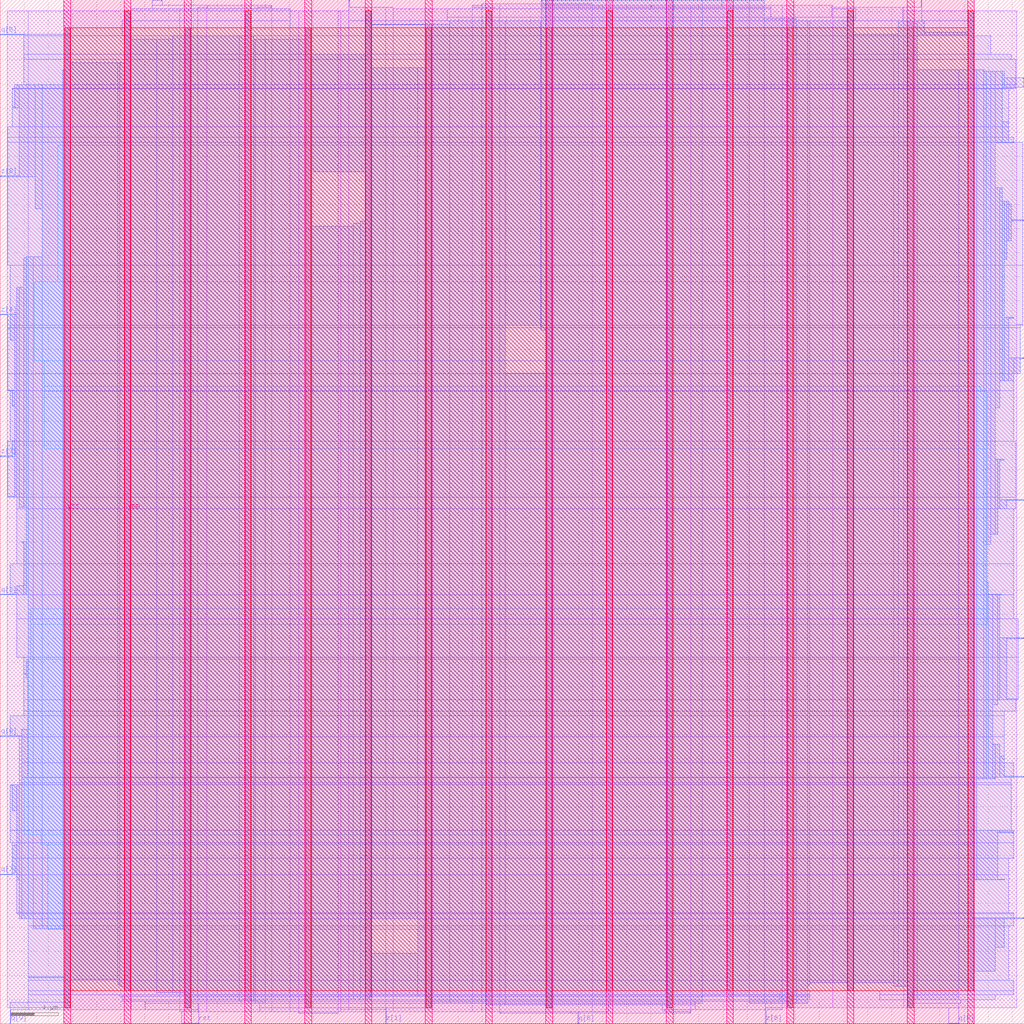
<source format=lef>
VERSION 5.8 ;
BUSBITCHARS "[]" ;
DIVIDERCHAR "/" ;
UNITS
    DATABASE MICRONS 2000 ;
END UNITS

VIA via1_2_1120_340_1_3_300_300
  VIARULE Via1Array-0 ;
  CUTSIZE 0.07 0.07 ;
  LAYERS metal1 via1 metal2 ;
  CUTSPACING 0.08 0.08 ;
  ENCLOSURE 0.035 0.05 0.035 0.035 ;
  ROWCOL 1 3 ;
END via1_2_1120_340_1_3_300_300

VIA via2_3_1120_340_1_3_320_320
  VIARULE Via2Array-0 ;
  CUTSIZE 0.07 0.07 ;
  LAYERS metal2 via2 metal3 ;
  CUTSPACING 0.09 0.09 ;
  ENCLOSURE 0.035 0.035 0.035 0.035 ;
  ROWCOL 1 3 ;
END via2_3_1120_340_1_3_320_320

VIA via3_4_1120_340_1_3_320_320
  VIARULE Via3Array-0 ;
  CUTSIZE 0.07 0.07 ;
  LAYERS metal3 via3 metal4 ;
  CUTSPACING 0.09 0.09 ;
  ENCLOSURE 0.035 0.035 0.035 0.035 ;
  ROWCOL 1 3 ;
END via3_4_1120_340_1_3_320_320

VIA via4_5_1120_340_1_2_600_600
  VIARULE Via4Array-0 ;
  CUTSIZE 0.14 0.14 ;
  LAYERS metal4 via4 metal5 ;
  CUTSPACING 0.16 0.16 ;
  ENCLOSURE 0 0 0 0 ;
  ROWCOL 1 2 ;
END via4_5_1120_340_1_2_600_600

VIA via5_6_1120_340_1_2_600_600
  VIARULE Via5Array-0 ;
  CUTSIZE 0.14 0.14 ;
  LAYERS metal5 via5 metal6 ;
  CUTSPACING 0.16 0.16 ;
  ENCLOSURE 0 0 0.06 0 ;
  ROWCOL 1 2 ;
END via5_6_1120_340_1_2_600_600

MACRO enfasi
  FOREIGN enfasi 0 0 ;
  CLASS BLOCK ;
  SIZE 85 BY 85 ;
  PIN clk
    DIRECTION INPUT ;
    USE SIGNAL ;
    PORT
      LAYER metal3 ;
        RECT  84.93 31.955 85 32.025 ;
    END
  END clk
  PIN q[0]
    DIRECTION OUTPUT ;
    USE SIGNAL ;
    PORT
      LAYER metal3 ;
        RECT  0 23.835 0.07 23.905 ;
    END
  END q[0]
  PIN q[10]
    DIRECTION OUTPUT ;
    USE SIGNAL ;
    PORT
      LAYER metal2 ;
        RECT  60.48 84.93 60.55 85 ;
    END
  END q[10]
  PIN q[11]
    DIRECTION OUTPUT ;
    USE SIGNAL ;
    PORT
      LAYER metal3 ;
        RECT  84.93 8.715 85 8.785 ;
    END
  END q[11]
  PIN q[1]
    DIRECTION OUTPUT ;
    USE SIGNAL ;
    PORT
      LAYER metal3 ;
        RECT  84.93 78.435 85 78.505 ;
    END
  END q[1]
  PIN q[2]
    DIRECTION OUTPUT ;
    USE SIGNAL ;
    PORT
      LAYER metal2 ;
        RECT  13.36 84.93 13.43 85 ;
    END
  END q[2]
  PIN q[3]
    DIRECTION OUTPUT ;
    USE SIGNAL ;
    PORT
      LAYER metal3 ;
        RECT  0 35.595 0.07 35.665 ;
    END
  END q[3]
  PIN q[4]
    DIRECTION OUTPUT ;
    USE SIGNAL ;
    PORT
      LAYER metal2 ;
        RECT  76.44 84.93 76.51 85 ;
    END
  END q[4]
  PIN q[5]
    DIRECTION OUTPUT ;
    USE SIGNAL ;
    PORT
      LAYER metal3 ;
        RECT  0 82.075 0.07 82.145 ;
    END
  END q[5]
  PIN q[6]
    DIRECTION OUTPUT ;
    USE SIGNAL ;
    PORT
      LAYER metal2 ;
        RECT  47.94 0 48.01 0.07 ;
    END
  END q[6]
  PIN q[7]
    DIRECTION OUTPUT ;
    USE SIGNAL ;
    PORT
      LAYER metal3 ;
        RECT  0 12.355 0.07 12.425 ;
    END
  END q[7]
  PIN q[8]
    DIRECTION OUTPUT ;
    USE SIGNAL ;
    PORT
      LAYER metal2 ;
        RECT  79.48 0 79.55 0.07 ;
    END
  END q[8]
  PIN q[9]
    DIRECTION OUTPUT ;
    USE SIGNAL ;
    PORT
      LAYER metal2 ;
        RECT  0.82 0 0.89 0.07 ;
    END
  END q[9]
  PIN rst
    DIRECTION INPUT ;
    USE SIGNAL ;
    PORT
      LAYER metal2 ;
        RECT  16.4 0 16.47 0.07 ;
    END
  END rst
  PIN z[0]
    DIRECTION INPUT ;
    USE SIGNAL ;
    PORT
      LAYER metal2 ;
        RECT  28.94 84.93 29.01 85 ;
    END
  END z[0]
  PIN z[10]
    DIRECTION INPUT ;
    USE SIGNAL ;
    PORT
      LAYER metal3 ;
        RECT  84.93 20.475 85 20.545 ;
    END
  END z[10]
  PIN z[1]
    DIRECTION INPUT ;
    USE SIGNAL ;
    PORT
      LAYER metal2 ;
        RECT  31.98 0 32.05 0.07 ;
    END
  END z[1]
  PIN z[2]
    DIRECTION INPUT ;
    USE SIGNAL ;
    PORT
      LAYER metal3 ;
        RECT  84.93 55.195 85 55.265 ;
    END
  END z[2]
  PIN z[3]
    DIRECTION INPUT ;
    USE SIGNAL ;
    PORT
      LAYER metal3 ;
        RECT  84.93 66.675 85 66.745 ;
    END
  END z[3]
  PIN z[4]
    DIRECTION INPUT ;
    USE SIGNAL ;
    PORT
      LAYER metal3 ;
        RECT  0 58.835 0.07 58.905 ;
    END
  END z[4]
  PIN z[5]
    DIRECTION INPUT ;
    USE SIGNAL ;
    PORT
      LAYER metal2 ;
        RECT  44.9 84.93 44.97 85 ;
    END
  END z[5]
  PIN z[6]
    DIRECTION INPUT ;
    USE SIGNAL ;
    PORT
      LAYER metal2 ;
        RECT  63.52 0 63.59 0.07 ;
    END
  END z[6]
  PIN z[7]
    DIRECTION INPUT ;
    USE SIGNAL ;
    PORT
      LAYER metal3 ;
        RECT  0 47.075 0.07 47.145 ;
    END
  END z[7]
  PIN z[8]
    DIRECTION INPUT ;
    USE SIGNAL ;
    PORT
      LAYER metal3 ;
        RECT  0 70.315 0.07 70.385 ;
    END
  END z[8]
  PIN z[9]
    DIRECTION INPUT ;
    USE SIGNAL ;
    PORT
      LAYER metal3 ;
        RECT  84.93 43.435 85 43.505 ;
    END
  END z[9]
  PIN VSS
    DIRECTION INOUT ;
    USE GROUND ;
    PORT
      LAYER metal6 ;
        RECT  75.29 0 75.85 85 ;
        RECT  65.29 0 65.85 85 ;
        RECT  55.29 0 55.85 85 ;
        RECT  45.29 0 45.85 85 ;
        RECT  35.29 0 35.85 85 ;
        RECT  25.29 0 25.85 85 ;
        RECT  15.29 0 15.85 85 ;
        RECT  5.29 0 5.85 85 ;
    END
  END VSS
  PIN VDD
    DIRECTION INOUT ;
    USE POWER ;
    PORT
      LAYER metal6 ;
        RECT  80.29 0 80.85 85 ;
        RECT  70.29 0 70.85 85 ;
        RECT  60.29 0 60.85 85 ;
        RECT  50.29 0 50.85 85 ;
        RECT  40.29 0 40.85 85 ;
        RECT  30.29 0 30.85 85 ;
        RECT  20.29 0 20.85 85 ;
        RECT  10.29 0 10.85 85 ;
    END
  END VDD
  OBS
    LAYER metal1 ;
     RECT  0.57 1.315 2.34 84.085 ;
     RECT  2.34 1.155 10.89 84.085 ;
     RECT  10.89 1.155 14.88 84.245 ;
     RECT  14.88 1.015 16.4 84.245 ;
     RECT  16.4 1.015 17.16 84.385 ;
     RECT  17.16 1.015 22.55 84.525 ;
     RECT  22.55 1.015 24.07 84.245 ;
     RECT  24.07 1.015 24.76 84.085 ;
     RECT  24.76 0.875 28.06 84.085 ;
     RECT  28.06 1.015 28.25 84.085 ;
     RECT  28.25 1.155 28.94 84.085 ;
     RECT  28.94 1.155 31.98 84.385 ;
     RECT  31.98 1.015 32.62 84.385 ;
     RECT  32.62 1.015 39.2 84.245 ;
     RECT  39.2 1.015 39.96 84.525 ;
     RECT  39.96 1.015 41.48 84.665 ;
     RECT  41.48 0.875 49.15 84.665 ;
     RECT  49.15 0.875 57.32 84.525 ;
     RECT  57.32 1.155 64.92 84.525 ;
     RECT  64.92 1.315 69.1 84.525 ;
     RECT  69.1 1.315 74.99 84.385 ;
     RECT  74.99 1.315 84.36 84.085 ;
     RECT  84.36 57.995 84.87 58.065 ;
    LAYER metal2 ;
     RECT  15.07 0 16.28 0.035 ;
     RECT  78.72 0 79.36 0.035 ;
     RECT  47.94 0.035 48.01 0.875 ;
     RECT  15.07 0.035 16.47 1.015 ;
     RECT  24.76 0.875 28.06 1.015 ;
     RECT  31.98 0.035 32.05 1.015 ;
     RECT  41.48 0.875 41.55 1.015 ;
     RECT  47.37 0.875 48.01 1.015 ;
     RECT  57.25 0.875 57.32 1.015 ;
     RECT  0.82 0.035 0.89 1.155 ;
     RECT  14.88 1.015 16.47 1.155 ;
     RECT  55.16 1.015 57.32 1.155 ;
     RECT  63.52 0.035 63.59 1.155 ;
     RECT  0.82 1.155 2.41 1.33 ;
     RECT  21.53 1.015 32.05 1.33 ;
     RECT  63.52 1.155 64.92 1.33 ;
     RECT  78.72 0.035 79.55 1.33 ;
     RECT  41.48 1.015 50.48 1.575 ;
     RECT  54.97 1.155 57.7 1.575 ;
     RECT  12.03 1.155 16.47 1.715 ;
     RECT  21.53 1.33 35.8 1.715 ;
     RECT  40.34 1.575 57.7 1.715 ;
     RECT  63.52 1.33 65.8 1.715 ;
     RECT  75.34 1.33 79.55 1.715 ;
     RECT  0.82 1.33 5.8 1.785 ;
     RECT  12.03 1.715 57.7 1.855 ;
     RECT  62.19 1.715 65.8 1.855 ;
     RECT  10.13 1.855 65.8 1.995 ;
     RECT  75.34 1.715 79.74 1.995 ;
     RECT  10.13 1.995 67.2 2.275 ;
     RECT  2.34 1.785 5.8 2.415 ;
     RECT  9.94 2.275 67.2 2.415 ;
     RECT  73.02 1.995 82.59 2.415 ;
     RECT  2.34 2.415 67.2 2.73 ;
     RECT  73.02 2.415 84.11 2.73 ;
     RECT  2.34 2.73 84.11 3.605 ;
     RECT  2.34 3.605 83.73 8.155 ;
     RECT  2.34 8.155 84.11 8.715 ;
     RECT  1.58 8.715 84.11 9.135 ;
     RECT  1.39 9.135 84.11 9.205 ;
     RECT  1.39 9.205 83.73 12.355 ;
     RECT  1.01 12.355 83.73 13.755 ;
     RECT  1.01 13.755 84.11 15.015 ;
     RECT  0.82 15.015 84.11 16.065 ;
     RECT  0.82 16.065 83.92 19.845 ;
     RECT  1.58 19.845 83.92 19.985 ;
     RECT  1.77 19.985 83.92 20.475 ;
     RECT  1.77 20.475 84.11 21.665 ;
     RECT  1.77 21.665 83.35 23.835 ;
     RECT  0.82 23.835 83.35 25.585 ;
     RECT  1.96 25.585 83.35 25.935 ;
     RECT  1.96 25.935 84.3 26.915 ;
     RECT  1.96 26.915 84.49 30.415 ;
     RECT  1.39 30.415 84.49 33.635 ;
     RECT  1.39 33.635 84.11 35.595 ;
     RECT  0.82 35.595 84.11 38.185 ;
     RECT  1.39 38.185 84.11 42.735 ;
     RECT  1.39 42.735 84.3 43.715 ;
     RECT  0.63 43.715 84.3 48.335 ;
     RECT  0.82 48.335 84.11 52.535 ;
     RECT  0.63 52.535 84.11 53.935 ;
     RECT  0.63 53.935 84.68 57.785 ;
     RECT  0.82 57.785 84.68 57.995 ;
     RECT  0.82 57.995 84.87 62.965 ;
     RECT  0.63 62.965 84.87 73.185 ;
     RECT  0.63 73.185 84.11 73.605 ;
     RECT  0.63 73.605 83.73 74.445 ;
     RECT  1.01 74.445 83.73 77.595 ;
     RECT  1.01 77.595 84.11 77.665 ;
     RECT  1.39 77.665 84.3 77.945 ;
     RECT  1.96 77.945 84.3 80.045 ;
     RECT  1.96 80.045 83.92 80.465 ;
     RECT  1.96 80.465 82.21 82.005 ;
     RECT  1.96 82.005 5.8 82.145 ;
     RECT  5.34 82.145 5.8 82.67 ;
     RECT  10.13 82.005 80.8 82.67 ;
     RECT  10.13 82.67 24.07 83.265 ;
     RECT  28.94 82.67 80.8 83.265 ;
     RECT  37.11 83.265 71 83.545 ;
     RECT  10.34 83.265 24.07 84.07 ;
     RECT  80.34 83.265 80.8 84.07 ;
     RECT  10.89 84.07 24.07 84.245 ;
     RECT  37.11 83.545 63.97 84.245 ;
     RECT  69.03 83.545 71 84.245 ;
     RECT  21.34 84.245 22.55 84.385 ;
     RECT  28.94 83.265 32.62 84.385 ;
     RECT  39.2 84.245 40.98 84.385 ;
     RECT  44.9 84.245 63.97 84.385 ;
     RECT  74.92 83.265 76.51 84.385 ;
     RECT  12.6 84.245 17.23 84.525 ;
     RECT  22.48 84.385 22.55 84.525 ;
     RECT  39.2 84.385 40.03 84.525 ;
     RECT  44.9 84.385 49.72 84.525 ;
     RECT  54.02 84.385 54.09 84.525 ;
     RECT  69.03 84.245 69.1 84.525 ;
     RECT  39.96 84.525 40.03 84.665 ;
     RECT  44.9 84.525 49.15 84.665 ;
     RECT  59.91 84.385 63.4 84.945 ;
     RECT  12.6 84.525 13.43 84.965 ;
     RECT  28.94 84.385 29.01 84.965 ;
     RECT  44.9 84.665 44.97 84.965 ;
     RECT  59.91 84.945 60.55 84.965 ;
     RECT  76.44 84.385 76.51 84.965 ;
     RECT  12.6 84.965 13.24 85 ;
     RECT  59.91 84.965 60.36 85 ;
    LAYER metal3 ;
     RECT  0.035 58.835 0.63 58.905 ;
     RECT  0.63 57.715 0.82 58.905 ;
     RECT  0.035 12.355 1.01 12.425 ;
     RECT  0.82 19.775 1.01 19.845 ;
     RECT  0.035 47.075 1.01 47.145 ;
     RECT  0.63 52.535 1.01 52.605 ;
     RECT  0.63 43.715 1.2 43.785 ;
     RECT  1.01 47.075 1.2 48.405 ;
     RECT  1.01 51.275 1.2 52.605 ;
     RECT  0.82 56.735 1.2 58.905 ;
     RECT  1.01 76.055 1.2 76.125 ;
     RECT  1.01 12.355 1.39 14.805 ;
     RECT  1.01 17.675 1.39 19.845 ;
     RECT  0.035 35.595 1.39 35.665 ;
     RECT  1.2 43.715 1.39 58.905 ;
     RECT  1.39 11.935 1.58 19.845 ;
     RECT  0.035 23.835 1.58 23.905 ;
     RECT  1.39 43.715 1.58 61.145 ;
     RECT  0.035 70.315 1.58 70.385 ;
     RECT  1.2 76.055 1.58 77.945 ;
     RECT  1.58 8.715 1.77 23.905 ;
     RECT  1.39 35.595 1.96 36.365 ;
     RECT  1.77 39.935 1.96 40.005 ;
     RECT  1.58 42.875 1.96 61.145 ;
     RECT  0.035 82.075 2.03 82.145 ;
     RECT  1.96 29.015 2.15 29.085 ;
     RECT  1.96 35.595 2.15 40.005 ;
     RECT  1.96 42.875 2.15 63.525 ;
     RECT  1.77 8.715 2.34 24.465 ;
     RECT  2.15 28.735 2.34 30.205 ;
     RECT  2.15 35.595 2.34 63.665 ;
     RECT  2.34 8.715 2.72 63.665 ;
     RECT  1.58 70.315 2.91 77.945 ;
     RECT  2.72 7.875 3.48 63.665 ;
     RECT  2.91 67.655 3.48 77.945 ;
     RECT  3.48 7.875 5.19 77.945 ;
     RECT  2.34 3.815 5.34 3.885 ;
     RECT  5.19 7.875 5.34 79.205 ;
     RECT  5.34 1.33 5.8 82.67 ;
     RECT  5.8 3.675 9.75 79.765 ;
     RECT  9.75 3.255 9.94 79.765 ;
     RECT  9.94 3.115 10.34 79.765 ;
     RECT  10.34 2.73 10.8 84.07 ;
     RECT  10.8 2.73 12.98 81.725 ;
     RECT  12.98 2.555 14.31 81.725 ;
     RECT  14.31 2.555 15.34 82.005 ;
     RECT  15.34 1.33 15.8 82.67 ;
     RECT  15.8 1.995 19.82 82.005 ;
     RECT  19.82 1.855 20.34 82.005 ;
     RECT  20.34 1.855 20.8 84.07 ;
     RECT  20.8 1.855 21.03 82.005 ;
     RECT  21.03 1.855 21.15 81.725 ;
     RECT  21.15 1.715 21.98 81.725 ;
     RECT  21.98 1.995 25.34 81.725 ;
     RECT  25.34 1.33 25.8 82.67 ;
     RECT  25.8 1.995 29.32 66.185 ;
     RECT  29.32 1.995 29.89 66.465 ;
     RECT  29.89 1.995 30.34 66.605 ;
     RECT  25.8 70.735 30.34 80.465 ;
     RECT  30.34 1.995 30.72 84.07 ;
     RECT  30.72 2.275 30.8 84.07 ;
     RECT  30.8 2.275 34.64 5.845 ;
     RECT  30.8 8.715 34.64 79.345 ;
     RECT  34.64 2.275 35.34 79.345 ;
     RECT  30.8 82.915 35.34 82.985 ;
     RECT  35.34 1.33 35.8 82.985 ;
     RECT  35.8 1.715 37.3 82.985 ;
     RECT  37.3 1.715 40.34 83.265 ;
     RECT  40.34 1.575 40.8 84.07 ;
     RECT  40.8 1.575 41.93 83.265 ;
     RECT  41.93 57.995 44.86 83.265 ;
     RECT  44.86 57.715 44.9 83.265 ;
     RECT  41.93 1.575 45.34 54.005 ;
     RECT  44.9 57.575 45.34 84.945 ;
     RECT  45.34 1.33 45.8 84.945 ;
     RECT  45.8 1.575 55.34 84.945 ;
     RECT  55.34 1.33 55.8 84.945 ;
     RECT  55.8 1.715 58.27 84.945 ;
     RECT  58.27 2.275 62.19 84.945 ;
     RECT  62.19 1.715 63.4 84.945 ;
     RECT  63.4 1.715 65.34 83.405 ;
     RECT  65.34 1.33 65.8 83.405 ;
     RECT  65.8 1.715 66.06 83.405 ;
     RECT  66.06 1.715 67.01 83.265 ;
     RECT  67.01 3.255 67.2 83.265 ;
     RECT  67.2 3.395 70.34 83.265 ;
     RECT  70.34 2.73 70.8 84.07 ;
     RECT  70.8 3.395 74.16 82.145 ;
     RECT  74.16 3.115 74.54 82.145 ;
     RECT  74.54 3.115 75.34 83.265 ;
     RECT  75.34 1.33 75.8 83.265 ;
     RECT  75.8 1.995 76.13 83.265 ;
     RECT  76.13 82.075 76.7 83.265 ;
     RECT  76.13 1.995 79.55 79.205 ;
     RECT  79.55 2.73 80.34 79.205 ;
     RECT  76.7 82.075 80.34 82.285 ;
     RECT  80.34 2.73 80.8 84.07 ;
     RECT  80.8 11.935 81.07 79.205 ;
     RECT  81.07 20.335 81.64 79.205 ;
     RECT  81.64 20.335 81.83 79.065 ;
     RECT  81.83 20.335 82.02 36.645 ;
     RECT  81.83 39.795 82.21 79.065 ;
     RECT  82.02 20.335 82.4 35.665 ;
     RECT  80.8 4.375 82.59 8.785 ;
     RECT  82.4 20.335 82.59 23.205 ;
     RECT  82.21 40.635 82.59 79.065 ;
     RECT  81.07 11.935 82.78 16.065 ;
     RECT  82.4 26.495 82.78 35.665 ;
     RECT  82.59 40.635 82.78 46.865 ;
     RECT  82.78 15.855 82.97 16.065 ;
     RECT  82.59 20.475 82.97 23.205 ;
     RECT  82.78 26.915 82.97 35.665 ;
     RECT  82.78 42.735 82.97 46.865 ;
     RECT  82.59 51.135 82.97 69.405 ;
     RECT  82.97 35.595 83.16 35.665 ;
     RECT  82.97 53.375 83.16 69.405 ;
     RECT  82.59 73.115 83.16 79.065 ;
     RECT  82.59 6.335 83.35 8.785 ;
     RECT  82.78 11.935 83.35 12.005 ;
     RECT  82.97 20.475 83.35 22.225 ;
     RECT  82.97 46.795 83.35 46.865 ;
     RECT  83.16 53.375 83.35 68.285 ;
     RECT  83.16 77.735 83.35 79.065 ;
     RECT  82.97 26.915 83.54 32.025 ;
     RECT  82.97 42.735 83.54 43.505 ;
     RECT  83.35 63.455 83.54 68.285 ;
     RECT  83.35 53.375 83.73 58.625 ;
     RECT  83.54 64.995 83.73 68.285 ;
     RECT  83.16 73.115 83.73 74.865 ;
     RECT  83.73 64.995 83.92 68.005 ;
     RECT  82.97 15.855 84.11 15.925 ;
     RECT  83.73 53.375 84.11 55.265 ;
     RECT  83.73 58.555 84.11 58.625 ;
     RECT  83.73 73.115 84.11 73.185 ;
     RECT  83.54 26.915 84.49 26.985 ;
     RECT  84.11 53.935 84.68 55.265 ;
     RECT  83.35 8.715 84.965 8.785 ;
     RECT  83.35 20.475 84.965 20.545 ;
     RECT  83.54 31.955 84.965 32.025 ;
     RECT  83.54 43.435 84.965 43.505 ;
     RECT  84.68 55.195 84.965 55.265 ;
     RECT  83.92 66.675 84.965 66.745 ;
     RECT  83.35 77.735 84.965 78.505 ;
     RECT  84.965 77.735 85 78.365 ;
    LAYER metal4 ;
     RECT  65.34 1.33 65.8 2.1 ;
     RECT  5.34 1.33 5.8 2.73 ;
     RECT  15.34 1.33 15.8 2.73 ;
     RECT  25.34 1.33 25.8 2.73 ;
     RECT  35.34 1.33 35.8 2.73 ;
     RECT  45.34 1.33 45.8 2.73 ;
     RECT  55.34 1.33 55.8 2.73 ;
     RECT  64.705 2.1 65.8 2.73 ;
     RECT  75.34 1.33 75.8 2.73 ;
     RECT  5.34 2.73 80.8 7.84 ;
     RECT  3.945 7.84 80.8 14.84 ;
     RECT  3.385 14.84 80.8 15.68 ;
     RECT  1.985 15.68 80.8 20.44 ;
     RECT  2.265 20.44 80.8 30.24 ;
     RECT  2.545 30.24 80.8 33.18 ;
     RECT  2.545 33.18 81.925 34.44 ;
     RECT  5.34 34.44 81.925 47.74 ;
     RECT  3.665 47.74 81.925 52.5 ;
     RECT  3.665 52.5 81.365 52.92 ;
     RECT  3.665 52.92 80.8 55.02 ;
     RECT  2.825 55.02 80.8 61.6 ;
     RECT  4.785 61.6 80.8 72.94 ;
     RECT  5.34 72.94 80.8 82.67 ;
     RECT  10.34 82.67 10.8 84.07 ;
     RECT  20.34 82.67 20.8 84.07 ;
     RECT  30.34 82.67 30.8 84.07 ;
     RECT  40.34 82.67 40.8 84.07 ;
     RECT  50.34 82.67 50.8 84.07 ;
     RECT  60.34 82.67 60.8 84.07 ;
     RECT  70.34 82.67 70.8 84.07 ;
     RECT  80.34 82.67 80.8 84.07 ;
    LAYER metal5 ;
     RECT  5.35 1.33 5.79 82.67 ;
     RECT  5.79 2.73 10.35 82.67 ;
     RECT  10.35 2.73 10.79 84.07 ;
     RECT  10.79 2.73 15.35 82.67 ;
     RECT  15.35 1.33 15.79 82.67 ;
     RECT  15.79 2.73 20.35 82.67 ;
     RECT  20.35 2.73 20.79 84.07 ;
     RECT  20.79 2.73 25.35 82.67 ;
     RECT  25.35 1.33 25.79 82.67 ;
     RECT  25.79 2.73 30.35 82.67 ;
     RECT  30.35 2.73 30.79 84.07 ;
     RECT  30.79 2.73 35.35 82.67 ;
     RECT  35.35 1.33 35.79 82.67 ;
     RECT  35.79 2.73 40.35 82.67 ;
     RECT  40.35 2.73 40.79 84.07 ;
     RECT  40.79 2.73 45.35 82.67 ;
     RECT  45.35 1.33 45.79 82.67 ;
     RECT  45.79 2.73 50.35 82.67 ;
     RECT  50.35 2.73 50.79 84.07 ;
     RECT  50.79 2.73 55.35 82.67 ;
     RECT  55.35 1.33 55.79 82.67 ;
     RECT  55.79 2.73 60.35 82.67 ;
     RECT  60.35 2.73 60.79 84.07 ;
     RECT  60.79 2.73 65.35 82.67 ;
     RECT  65.35 1.33 65.79 82.67 ;
     RECT  65.79 2.73 70.35 82.67 ;
     RECT  70.35 2.73 70.79 84.07 ;
     RECT  70.79 2.73 75.35 82.67 ;
     RECT  75.35 1.33 75.79 82.67 ;
     RECT  75.79 2.73 80.35 82.67 ;
     RECT  80.35 2.73 80.79 84.07 ;
    LAYER metal6 ;
     RECT  5.29 0 80.85 85 ;
  END
END enfasi
END LIBRARY

</source>
